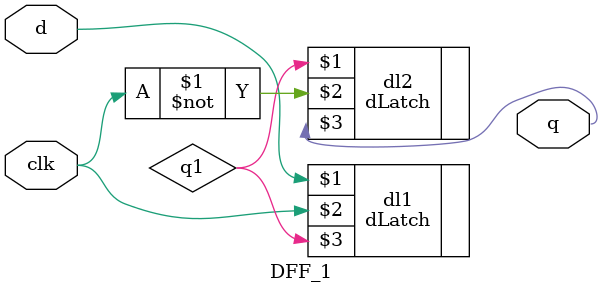
<source format=v>
`include "dLatch.v"
module DFF_1(d,clk,q);
	input d,clk;
	output q;
	wire q1;
	dLatch dl1(d,clk,q1);
	dLatch dl2(q1,~clk,q);
endmodule
</source>
